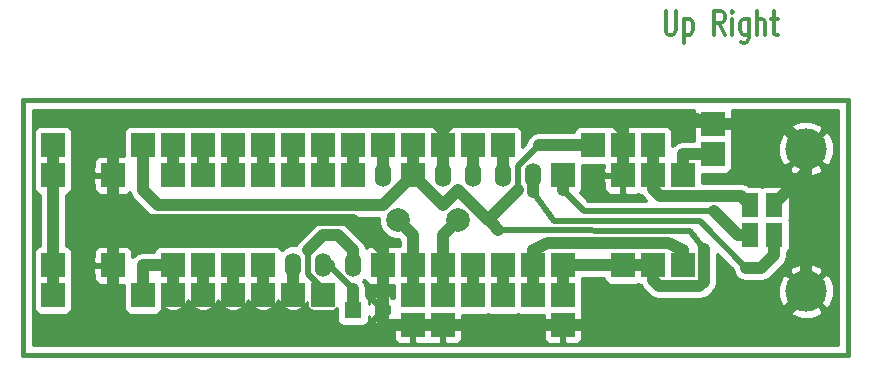
<source format=gbl>
G04 (created by PCBNEW-RS274X (2012-jan-04)-stable) date ven. 31 août 2012 10:29:44 CEST*
G01*
G70*
G90*
%MOIN*%
G04 Gerber Fmt 3.4, Leading zero omitted, Abs format*
%FSLAX34Y34*%
G04 APERTURE LIST*
%ADD10C,0.006000*%
%ADD11C,0.012000*%
%ADD12C,0.015000*%
%ADD13R,0.080000X0.080000*%
%ADD14R,0.078700X0.078700*%
%ADD15C,0.078700*%
%ADD16O,0.055000X0.080000*%
%ADD17C,0.137800*%
%ADD18R,0.055000X0.055000*%
%ADD19C,0.055000*%
%ADD20C,0.039400*%
%ADD21C,0.019700*%
%ADD22C,0.010000*%
G04 APERTURE END LIST*
G54D10*
G54D11*
X67921Y-38524D02*
X67921Y-39171D01*
X67949Y-39248D01*
X67978Y-39286D01*
X68035Y-39324D01*
X68149Y-39324D01*
X68207Y-39286D01*
X68235Y-39248D01*
X68264Y-39171D01*
X68264Y-38524D01*
X68550Y-38790D02*
X68550Y-39590D01*
X68550Y-38829D02*
X68607Y-38790D01*
X68721Y-38790D01*
X68778Y-38829D01*
X68807Y-38867D01*
X68836Y-38943D01*
X68836Y-39171D01*
X68807Y-39248D01*
X68778Y-39286D01*
X68721Y-39324D01*
X68607Y-39324D01*
X68550Y-39286D01*
X69893Y-39324D02*
X69693Y-38943D01*
X69550Y-39324D02*
X69550Y-38524D01*
X69778Y-38524D01*
X69836Y-38562D01*
X69864Y-38600D01*
X69893Y-38676D01*
X69893Y-38790D01*
X69864Y-38867D01*
X69836Y-38905D01*
X69778Y-38943D01*
X69550Y-38943D01*
X70150Y-39324D02*
X70150Y-38790D01*
X70150Y-38524D02*
X70121Y-38562D01*
X70150Y-38600D01*
X70178Y-38562D01*
X70150Y-38524D01*
X70150Y-38600D01*
X70693Y-38790D02*
X70693Y-39438D01*
X70664Y-39514D01*
X70636Y-39552D01*
X70579Y-39590D01*
X70493Y-39590D01*
X70436Y-39552D01*
X70693Y-39286D02*
X70636Y-39324D01*
X70522Y-39324D01*
X70464Y-39286D01*
X70436Y-39248D01*
X70407Y-39171D01*
X70407Y-38943D01*
X70436Y-38867D01*
X70464Y-38829D01*
X70522Y-38790D01*
X70636Y-38790D01*
X70693Y-38829D01*
X70979Y-39324D02*
X70979Y-38524D01*
X71236Y-39324D02*
X71236Y-38905D01*
X71207Y-38829D01*
X71150Y-38790D01*
X71065Y-38790D01*
X71007Y-38829D01*
X70979Y-38867D01*
X71436Y-38790D02*
X71665Y-38790D01*
X71522Y-38524D02*
X71522Y-39210D01*
X71550Y-39286D01*
X71608Y-39324D01*
X71665Y-39324D01*
G54D12*
X74000Y-41500D02*
X74000Y-50000D01*
X46500Y-41500D02*
X74000Y-41500D01*
X46500Y-50000D02*
X46500Y-41500D01*
X74000Y-50000D02*
X46500Y-50000D01*
G54D13*
X69500Y-43300D03*
G54D14*
X69500Y-42300D03*
G54D15*
X59000Y-45500D03*
X61000Y-45500D03*
G54D13*
X59500Y-43000D03*
X60500Y-43000D03*
X64500Y-48000D03*
G54D14*
X64500Y-49000D03*
G54D13*
X60500Y-48000D03*
G54D14*
X60500Y-49000D03*
G54D13*
X59500Y-48000D03*
G54D14*
X59500Y-49000D03*
G54D13*
X49500Y-47000D03*
X47500Y-47000D03*
X49500Y-44000D03*
X47500Y-44000D03*
X52500Y-47000D03*
X53500Y-47000D03*
X54500Y-47000D03*
G54D16*
X55500Y-47000D03*
X56500Y-47000D03*
X57500Y-47000D03*
G54D13*
X58500Y-47000D03*
X59500Y-47000D03*
X60500Y-47000D03*
X61500Y-47000D03*
X62500Y-47000D03*
X63500Y-47000D03*
X64500Y-47000D03*
X51500Y-47000D03*
X64500Y-44000D03*
G54D16*
X63500Y-44000D03*
X62500Y-44000D03*
X61500Y-44000D03*
X60500Y-44000D03*
G54D13*
X59500Y-44000D03*
G54D16*
X58500Y-44000D03*
G54D13*
X57500Y-44000D03*
X56500Y-44000D03*
X55500Y-44000D03*
X54500Y-44000D03*
X53500Y-44000D03*
X52500Y-44000D03*
X51500Y-44000D03*
G54D10*
G36*
X71803Y-45590D02*
X71803Y-46390D01*
X71257Y-46390D01*
X71257Y-45590D01*
X71803Y-45590D01*
X71803Y-45590D01*
G37*
G36*
X71803Y-44610D02*
X71803Y-45410D01*
X71257Y-45410D01*
X71257Y-44610D01*
X71803Y-44610D01*
X71803Y-44610D01*
G37*
G36*
X71013Y-44610D02*
X71013Y-45410D01*
X70467Y-45410D01*
X70467Y-44610D01*
X71013Y-44610D01*
X71013Y-44610D01*
G37*
G36*
X71013Y-45590D02*
X71013Y-46390D01*
X70467Y-46390D01*
X70467Y-45590D01*
X71013Y-45590D01*
X71013Y-45590D01*
G37*
G54D17*
X72600Y-47870D03*
X72600Y-43130D03*
G54D10*
G36*
X66100Y-47400D02*
X66100Y-46600D01*
X66900Y-46600D01*
X66900Y-47400D01*
X66100Y-47400D01*
X66100Y-47400D01*
G37*
G36*
X66100Y-44400D02*
X66100Y-43600D01*
X66900Y-43600D01*
X66900Y-44400D01*
X66100Y-44400D01*
X66100Y-44400D01*
G37*
G54D13*
X63500Y-48000D03*
X62500Y-48000D03*
X61500Y-48000D03*
X65500Y-43000D03*
X66500Y-43000D03*
X67500Y-43000D03*
X51500Y-43000D03*
X52500Y-43000D03*
X53500Y-43000D03*
X54500Y-43000D03*
X55500Y-43000D03*
X56500Y-43000D03*
X57500Y-43000D03*
X58500Y-43000D03*
X61500Y-43000D03*
X62500Y-43000D03*
X68500Y-44000D03*
X68500Y-47000D03*
X67500Y-44000D03*
X67500Y-47000D03*
X50500Y-43000D03*
X47500Y-43000D03*
X50500Y-48000D03*
X47500Y-48000D03*
X56500Y-48000D03*
X55500Y-48000D03*
X54500Y-48000D03*
X53500Y-48000D03*
X52500Y-48000D03*
X51500Y-48000D03*
G54D18*
X57500Y-48500D03*
G54D19*
X58500Y-48500D03*
G54D20*
X59500Y-44000D02*
X60500Y-45000D01*
X63000Y-44500D02*
X62050Y-45450D01*
X59500Y-43000D02*
X59500Y-44000D01*
G54D21*
X63700Y-43000D02*
X63000Y-43700D01*
G54D20*
X65500Y-43000D02*
X63700Y-43000D01*
X67500Y-47500D02*
X67700Y-47700D01*
X67700Y-47700D02*
X69050Y-47700D01*
X69200Y-47550D02*
X69200Y-46450D01*
G54D21*
X69200Y-46450D02*
X68749Y-45850D01*
G54D20*
X66500Y-47000D02*
X64500Y-47000D01*
X62349Y-45834D02*
X62050Y-45450D01*
X69050Y-47700D02*
X69200Y-47550D01*
G54D21*
X63000Y-43700D02*
X63000Y-44500D01*
G54D20*
X62050Y-45450D02*
X62000Y-45500D01*
X50500Y-43000D02*
X50500Y-44500D01*
X66500Y-47000D02*
X67500Y-47000D01*
X64500Y-47000D02*
X64500Y-48000D01*
X58500Y-45000D02*
X59500Y-44000D01*
X67500Y-47000D02*
X67500Y-47500D01*
X50500Y-44500D02*
X51000Y-45000D01*
X67500Y-47000D02*
X67500Y-47000D01*
X61000Y-44500D02*
X62000Y-45500D01*
G54D21*
X68749Y-45850D02*
X62349Y-45834D01*
G54D20*
X60500Y-45000D02*
X61000Y-44500D01*
X51000Y-45000D02*
X58500Y-45000D01*
X67746Y-44700D02*
X70430Y-44700D01*
X67500Y-44454D02*
X67746Y-44700D01*
X67500Y-43000D02*
X67500Y-44000D01*
X67500Y-44000D02*
X67500Y-44454D01*
X70430Y-44700D02*
X70740Y-45010D01*
X70600Y-47100D02*
X71100Y-47100D01*
X63500Y-44000D02*
X63500Y-44554D01*
G54D21*
X64201Y-45522D02*
X69074Y-45525D01*
X69074Y-45525D02*
X70600Y-47100D01*
G54D20*
X71100Y-47100D02*
X71530Y-46670D01*
G54D21*
X63500Y-44554D02*
X64201Y-45522D01*
G54D20*
X71530Y-46670D02*
X71530Y-45990D01*
X64500Y-44000D02*
X64500Y-44494D01*
G54D21*
X64500Y-44494D02*
X65206Y-45200D01*
X65206Y-45200D02*
X69550Y-45200D01*
G54D20*
X70340Y-45990D02*
X70740Y-45990D01*
X70340Y-45990D02*
X69550Y-45200D01*
X49500Y-48500D02*
X50200Y-49200D01*
X60500Y-49000D02*
X59500Y-49000D01*
X50000Y-45500D02*
X49500Y-45000D01*
X49500Y-42050D02*
X49500Y-42750D01*
X50000Y-45500D02*
X49500Y-46000D01*
X61750Y-49000D02*
X63250Y-49000D01*
X58350Y-49200D02*
X58500Y-49050D01*
X49500Y-45000D02*
X49500Y-44000D01*
X58500Y-46500D02*
X57500Y-45500D01*
X71530Y-44970D02*
X72600Y-43900D01*
X58500Y-49050D02*
X58500Y-49000D01*
X49500Y-42750D02*
X49500Y-44000D01*
X58500Y-49000D02*
X58500Y-48500D01*
X66500Y-42500D02*
X66500Y-43000D01*
X66000Y-42000D02*
X61000Y-42000D01*
X49500Y-46000D02*
X49500Y-47000D01*
X59500Y-49000D02*
X58500Y-49000D01*
X63250Y-49000D02*
X64500Y-49000D01*
X49500Y-47000D02*
X49500Y-48500D01*
X50200Y-49200D02*
X58350Y-49200D01*
X69500Y-42300D02*
X71850Y-42300D01*
X60500Y-49000D02*
X61750Y-49000D01*
X72600Y-47870D02*
X72600Y-43900D01*
X60500Y-42500D02*
X60500Y-43000D01*
X66500Y-43000D02*
X66500Y-44000D01*
X72600Y-43900D02*
X72600Y-43130D01*
X71850Y-42300D02*
X72600Y-43130D01*
X61000Y-42000D02*
X60500Y-42500D01*
X58500Y-47000D02*
X58500Y-48500D01*
X68500Y-42000D02*
X66000Y-42000D01*
X60000Y-42000D02*
X49500Y-42050D01*
X60500Y-43000D02*
X60500Y-44000D01*
X57500Y-45500D02*
X50000Y-45500D01*
X64500Y-49000D02*
X71500Y-49000D01*
X69500Y-42300D02*
X68500Y-42000D01*
X71530Y-45010D02*
X71530Y-44970D01*
X66500Y-42500D02*
X66000Y-42000D01*
X58500Y-47000D02*
X58500Y-46500D01*
X72600Y-47900D02*
X71500Y-49000D01*
X60500Y-42500D02*
X60000Y-42000D01*
X52500Y-43000D02*
X52500Y-44000D01*
X54500Y-43000D02*
X54500Y-44000D01*
X56500Y-43000D02*
X56500Y-44000D01*
X69500Y-43300D02*
X68500Y-43300D01*
X69500Y-43300D02*
X69500Y-43300D01*
X68500Y-43300D02*
X68500Y-44000D01*
G54D21*
X56500Y-47800D02*
X56000Y-47300D01*
X56000Y-47300D02*
X56000Y-46500D01*
X56500Y-48000D02*
X56500Y-47900D01*
G54D20*
X57000Y-46000D02*
X56500Y-46000D01*
X56500Y-46000D02*
X56000Y-46500D01*
X57500Y-46500D02*
X57500Y-47000D01*
G54D21*
X56500Y-48000D02*
X56500Y-47800D01*
G54D20*
X57500Y-46500D02*
X57000Y-46000D01*
X68000Y-46250D02*
X66000Y-46250D01*
X64000Y-46250D02*
X63500Y-46500D01*
X68500Y-46500D02*
X68000Y-46250D01*
X63500Y-46500D02*
X63500Y-47000D01*
X68500Y-47000D02*
X68500Y-46500D01*
X66000Y-46250D02*
X64000Y-46250D01*
X63500Y-47000D02*
X63500Y-48000D01*
X53500Y-43000D02*
X53500Y-44000D01*
X62500Y-43000D02*
X62500Y-44000D01*
X61500Y-43000D02*
X61500Y-44000D01*
X51500Y-43000D02*
X51500Y-44000D01*
X55500Y-43000D02*
X55500Y-44000D01*
X61000Y-45500D02*
X60500Y-46000D01*
X60500Y-47000D02*
X60500Y-48000D01*
X60500Y-46000D02*
X60500Y-47000D01*
X52500Y-47000D02*
X52500Y-48000D01*
X53500Y-47000D02*
X53500Y-48000D01*
X55500Y-47000D02*
X55500Y-48000D01*
X59500Y-46000D02*
X59500Y-47000D01*
X59000Y-45500D02*
X59500Y-46000D01*
X59500Y-47000D02*
X59500Y-48000D01*
X56500Y-47000D02*
X56700Y-47000D01*
X57500Y-47800D02*
X57500Y-48500D01*
G54D21*
X56700Y-47000D02*
X57500Y-47800D01*
G54D20*
X61500Y-47000D02*
X61500Y-48000D01*
X58500Y-43000D02*
X58500Y-44000D01*
X62500Y-47000D02*
X62500Y-48000D01*
X57500Y-43000D02*
X57500Y-44000D01*
X54500Y-47000D02*
X54500Y-48000D01*
X47500Y-47000D02*
X47500Y-48000D01*
X47500Y-47000D02*
X47500Y-44000D01*
X47500Y-43000D02*
X47500Y-44000D01*
X51500Y-47000D02*
X51500Y-48000D01*
X50500Y-47000D02*
X51500Y-47000D01*
X50500Y-48000D02*
X50500Y-47000D01*
G54D10*
G36*
X73675Y-49675D02*
X73523Y-49675D01*
X73523Y-48040D01*
X73523Y-43300D01*
X73518Y-42935D01*
X73388Y-42619D01*
X73254Y-42547D01*
X73183Y-42618D01*
X73183Y-42476D01*
X73111Y-42342D01*
X72770Y-42207D01*
X72405Y-42212D01*
X72089Y-42342D01*
X72017Y-42476D01*
X72600Y-43059D01*
X73183Y-42476D01*
X73183Y-42618D01*
X72671Y-43130D01*
X73254Y-43713D01*
X73388Y-43641D01*
X73523Y-43300D01*
X73523Y-48040D01*
X73518Y-47675D01*
X73388Y-47359D01*
X73254Y-47287D01*
X73183Y-47358D01*
X73183Y-47216D01*
X73183Y-43784D01*
X72600Y-43201D01*
X72529Y-43272D01*
X72529Y-43130D01*
X71946Y-42547D01*
X71812Y-42619D01*
X71677Y-42960D01*
X71682Y-43325D01*
X71812Y-43641D01*
X71946Y-43713D01*
X72529Y-43130D01*
X72529Y-43272D01*
X72017Y-43784D01*
X72089Y-43918D01*
X72430Y-44053D01*
X72795Y-44048D01*
X73111Y-43918D01*
X73183Y-43784D01*
X73183Y-47216D01*
X73111Y-47082D01*
X72770Y-46947D01*
X72405Y-46952D01*
X72089Y-47082D01*
X72052Y-47150D01*
X72052Y-46440D01*
X72052Y-46341D01*
X72052Y-45541D01*
X72035Y-45500D01*
X72052Y-45460D01*
X72052Y-45361D01*
X72052Y-44561D01*
X72014Y-44469D01*
X71944Y-44399D01*
X71853Y-44361D01*
X71754Y-44361D01*
X71208Y-44361D01*
X71135Y-44391D01*
X71063Y-44361D01*
X70964Y-44361D01*
X70711Y-44361D01*
X70601Y-44287D01*
X70430Y-44253D01*
X69149Y-44253D01*
X69149Y-43949D01*
X69949Y-43949D01*
X70041Y-43911D01*
X70111Y-43841D01*
X70149Y-43750D01*
X70149Y-43651D01*
X70149Y-42851D01*
X70123Y-42788D01*
X70142Y-42743D01*
X70142Y-42644D01*
X70143Y-42412D01*
X70081Y-42350D01*
X69600Y-42350D01*
X69550Y-42350D01*
X69450Y-42350D01*
X69400Y-42350D01*
X68919Y-42350D01*
X68857Y-42412D01*
X68858Y-42644D01*
X68858Y-42743D01*
X68876Y-42788D01*
X68851Y-42850D01*
X68851Y-42853D01*
X68500Y-42853D01*
X68329Y-42887D01*
X68184Y-42984D01*
X68149Y-43036D01*
X68149Y-42551D01*
X68111Y-42459D01*
X68041Y-42389D01*
X67950Y-42351D01*
X67851Y-42351D01*
X67051Y-42351D01*
X67000Y-42372D01*
X66949Y-42351D01*
X66612Y-42350D01*
X66550Y-42412D01*
X66550Y-42900D01*
X66550Y-42950D01*
X66550Y-43050D01*
X66550Y-43100D01*
X66550Y-43412D01*
X66550Y-43588D01*
X66550Y-43900D01*
X66550Y-43950D01*
X66550Y-44050D01*
X66550Y-44100D01*
X66550Y-44588D01*
X66612Y-44650D01*
X66949Y-44649D01*
X66999Y-44628D01*
X67050Y-44649D01*
X67103Y-44649D01*
X67184Y-44770D01*
X67266Y-44852D01*
X66450Y-44852D01*
X66450Y-44588D01*
X66450Y-44050D01*
X65912Y-44050D01*
X65850Y-44112D01*
X65851Y-44351D01*
X65851Y-44450D01*
X65889Y-44541D01*
X65959Y-44611D01*
X66051Y-44649D01*
X66388Y-44650D01*
X66450Y-44588D01*
X66450Y-44852D01*
X65350Y-44852D01*
X65075Y-44577D01*
X65111Y-44541D01*
X65149Y-44450D01*
X65149Y-44351D01*
X65149Y-43649D01*
X65851Y-43649D01*
X65850Y-43888D01*
X65912Y-43950D01*
X66450Y-43950D01*
X66450Y-43588D01*
X66450Y-43412D01*
X66450Y-43100D01*
X66450Y-43050D01*
X66450Y-42950D01*
X66450Y-42900D01*
X66450Y-42412D01*
X66388Y-42350D01*
X66051Y-42351D01*
X66000Y-42371D01*
X65950Y-42351D01*
X65851Y-42351D01*
X65051Y-42351D01*
X64959Y-42389D01*
X64889Y-42459D01*
X64851Y-42550D01*
X64851Y-42553D01*
X63700Y-42553D01*
X63529Y-42587D01*
X63384Y-42684D01*
X63287Y-42829D01*
X63264Y-42943D01*
X63149Y-43059D01*
X63149Y-42551D01*
X63111Y-42459D01*
X63041Y-42389D01*
X62950Y-42351D01*
X62851Y-42351D01*
X62051Y-42351D01*
X62000Y-42371D01*
X61950Y-42351D01*
X61851Y-42351D01*
X61051Y-42351D01*
X61000Y-42372D01*
X60949Y-42351D01*
X60612Y-42350D01*
X60550Y-42412D01*
X60550Y-42900D01*
X60550Y-42950D01*
X60550Y-43050D01*
X60550Y-43100D01*
X60550Y-43415D01*
X60550Y-43588D01*
X60550Y-43900D01*
X60550Y-43950D01*
X60550Y-44050D01*
X60450Y-44050D01*
X60450Y-43950D01*
X60450Y-43900D01*
X60450Y-43588D01*
X60450Y-43415D01*
X60450Y-43100D01*
X60450Y-43050D01*
X60450Y-42950D01*
X60450Y-42900D01*
X60450Y-42412D01*
X60388Y-42350D01*
X60051Y-42351D01*
X60000Y-42371D01*
X59950Y-42351D01*
X59851Y-42351D01*
X59051Y-42351D01*
X59000Y-42371D01*
X58950Y-42351D01*
X58851Y-42351D01*
X58051Y-42351D01*
X58000Y-42371D01*
X57950Y-42351D01*
X57851Y-42351D01*
X57051Y-42351D01*
X57000Y-42371D01*
X56950Y-42351D01*
X56851Y-42351D01*
X56051Y-42351D01*
X56000Y-42371D01*
X55950Y-42351D01*
X55851Y-42351D01*
X55051Y-42351D01*
X55000Y-42371D01*
X54950Y-42351D01*
X54851Y-42351D01*
X54051Y-42351D01*
X54000Y-42371D01*
X53950Y-42351D01*
X53851Y-42351D01*
X53051Y-42351D01*
X53000Y-42371D01*
X52950Y-42351D01*
X52851Y-42351D01*
X52051Y-42351D01*
X52000Y-42371D01*
X51950Y-42351D01*
X51851Y-42351D01*
X51051Y-42351D01*
X51000Y-42371D01*
X50950Y-42351D01*
X50851Y-42351D01*
X50051Y-42351D01*
X49959Y-42389D01*
X49889Y-42459D01*
X49851Y-42550D01*
X49851Y-42649D01*
X49851Y-43351D01*
X49612Y-43350D01*
X49550Y-43412D01*
X49550Y-43900D01*
X49550Y-43950D01*
X49550Y-44050D01*
X49550Y-44100D01*
X49550Y-44588D01*
X49612Y-44650D01*
X49851Y-44649D01*
X49950Y-44649D01*
X50041Y-44611D01*
X50069Y-44582D01*
X50087Y-44671D01*
X50184Y-44816D01*
X50684Y-45316D01*
X50829Y-45413D01*
X51000Y-45447D01*
X58357Y-45447D01*
X58357Y-45627D01*
X58455Y-45863D01*
X58635Y-46044D01*
X58871Y-46143D01*
X59011Y-46143D01*
X59053Y-46185D01*
X59053Y-46351D01*
X59051Y-46351D01*
X59000Y-46372D01*
X58949Y-46351D01*
X58612Y-46350D01*
X58550Y-46412D01*
X58550Y-46900D01*
X58550Y-46950D01*
X58550Y-47050D01*
X58550Y-47100D01*
X58550Y-47588D01*
X58612Y-47650D01*
X58851Y-47649D01*
X58851Y-48096D01*
X58807Y-48052D01*
X58775Y-48083D01*
X58767Y-48048D01*
X58574Y-47981D01*
X58450Y-47987D01*
X58450Y-47588D01*
X58450Y-47100D01*
X58450Y-47050D01*
X58450Y-46950D01*
X58450Y-46900D01*
X58450Y-46412D01*
X58388Y-46350D01*
X58051Y-46351D01*
X57959Y-46389D01*
X57930Y-46417D01*
X57913Y-46329D01*
X57816Y-46184D01*
X57316Y-45684D01*
X57171Y-45587D01*
X57000Y-45553D01*
X56500Y-45553D01*
X56329Y-45587D01*
X56184Y-45684D01*
X55684Y-46184D01*
X55587Y-46329D01*
X55583Y-46348D01*
X55398Y-46348D01*
X55209Y-46426D01*
X55130Y-46505D01*
X55111Y-46459D01*
X55041Y-46389D01*
X54950Y-46351D01*
X54851Y-46351D01*
X54051Y-46351D01*
X54000Y-46371D01*
X53950Y-46351D01*
X53851Y-46351D01*
X53051Y-46351D01*
X53000Y-46371D01*
X52950Y-46351D01*
X52851Y-46351D01*
X52051Y-46351D01*
X52000Y-46371D01*
X51950Y-46351D01*
X51851Y-46351D01*
X51051Y-46351D01*
X50959Y-46389D01*
X50889Y-46459D01*
X50851Y-46550D01*
X50851Y-46553D01*
X50500Y-46553D01*
X50329Y-46587D01*
X50184Y-46684D01*
X50149Y-46735D01*
X50149Y-46551D01*
X50111Y-46459D01*
X50041Y-46389D01*
X49950Y-46351D01*
X49851Y-46351D01*
X49612Y-46350D01*
X49550Y-46412D01*
X49550Y-46900D01*
X49550Y-46950D01*
X49550Y-47050D01*
X49550Y-47100D01*
X49550Y-47588D01*
X49612Y-47650D01*
X49851Y-47649D01*
X49851Y-48449D01*
X49889Y-48541D01*
X49959Y-48611D01*
X50050Y-48649D01*
X50149Y-48649D01*
X50949Y-48649D01*
X51041Y-48611D01*
X51111Y-48541D01*
X51149Y-48450D01*
X51149Y-48391D01*
X51202Y-48445D01*
X51395Y-48525D01*
X51604Y-48525D01*
X51797Y-48445D01*
X51945Y-48298D01*
X52000Y-48164D01*
X52055Y-48297D01*
X52202Y-48445D01*
X52395Y-48525D01*
X52604Y-48525D01*
X52797Y-48445D01*
X52945Y-48298D01*
X53000Y-48164D01*
X53055Y-48297D01*
X53202Y-48445D01*
X53395Y-48525D01*
X53604Y-48525D01*
X53797Y-48445D01*
X53945Y-48298D01*
X54000Y-48164D01*
X54055Y-48297D01*
X54202Y-48445D01*
X54395Y-48525D01*
X54604Y-48525D01*
X54797Y-48445D01*
X54945Y-48298D01*
X55000Y-48164D01*
X55055Y-48297D01*
X55202Y-48445D01*
X55395Y-48525D01*
X55604Y-48525D01*
X55797Y-48445D01*
X55945Y-48298D01*
X55976Y-48223D01*
X55976Y-48324D01*
X56014Y-48416D01*
X56084Y-48486D01*
X56175Y-48524D01*
X56274Y-48524D01*
X56824Y-48524D01*
X56916Y-48486D01*
X56976Y-48426D01*
X56976Y-48824D01*
X57014Y-48916D01*
X57084Y-48986D01*
X57175Y-49024D01*
X57274Y-49024D01*
X57824Y-49024D01*
X57916Y-48986D01*
X57986Y-48916D01*
X58024Y-48825D01*
X58024Y-48726D01*
X58024Y-48708D01*
X58048Y-48767D01*
X58139Y-48790D01*
X58429Y-48500D01*
X58139Y-48210D01*
X58048Y-48233D01*
X58024Y-48302D01*
X58024Y-48176D01*
X57986Y-48084D01*
X57947Y-48045D01*
X57947Y-47800D01*
X57913Y-47629D01*
X57842Y-47522D01*
X57869Y-47495D01*
X57889Y-47541D01*
X57959Y-47611D01*
X58051Y-47649D01*
X58388Y-47650D01*
X58450Y-47588D01*
X58450Y-47987D01*
X58370Y-47992D01*
X58233Y-48048D01*
X58210Y-48139D01*
X58465Y-48394D01*
X58500Y-48429D01*
X58571Y-48500D01*
X58500Y-48571D01*
X58465Y-48606D01*
X58210Y-48861D01*
X58233Y-48952D01*
X58426Y-49019D01*
X58630Y-49008D01*
X58767Y-48952D01*
X58775Y-48916D01*
X58790Y-48931D01*
X58807Y-48948D01*
X58862Y-48893D01*
X58919Y-48950D01*
X59400Y-48950D01*
X59450Y-48950D01*
X59550Y-48950D01*
X59600Y-48950D01*
X59919Y-48950D01*
X60081Y-48950D01*
X60400Y-48950D01*
X60450Y-48950D01*
X60550Y-48950D01*
X60600Y-48950D01*
X61081Y-48950D01*
X61143Y-48888D01*
X61142Y-48649D01*
X61149Y-48649D01*
X61949Y-48649D01*
X61999Y-48628D01*
X62050Y-48649D01*
X62149Y-48649D01*
X62949Y-48649D01*
X62999Y-48628D01*
X63050Y-48649D01*
X63149Y-48649D01*
X63857Y-48649D01*
X63857Y-48888D01*
X63919Y-48950D01*
X64400Y-48950D01*
X64450Y-48950D01*
X64550Y-48950D01*
X64600Y-48950D01*
X65081Y-48950D01*
X65143Y-48888D01*
X65142Y-48558D01*
X65123Y-48512D01*
X65149Y-48450D01*
X65149Y-48351D01*
X65149Y-47551D01*
X65128Y-47500D01*
X65149Y-47450D01*
X65149Y-47447D01*
X65851Y-47447D01*
X65851Y-47449D01*
X65889Y-47541D01*
X65959Y-47611D01*
X66050Y-47649D01*
X66149Y-47649D01*
X66949Y-47649D01*
X66999Y-47628D01*
X67050Y-47649D01*
X67082Y-47649D01*
X67087Y-47671D01*
X67184Y-47816D01*
X67383Y-48015D01*
X67384Y-48016D01*
X67528Y-48112D01*
X67529Y-48113D01*
X67699Y-48146D01*
X67700Y-48147D01*
X69050Y-48147D01*
X69221Y-48113D01*
X69366Y-48016D01*
X69516Y-47866D01*
X69613Y-47721D01*
X69647Y-47550D01*
X69647Y-46616D01*
X70162Y-47148D01*
X70187Y-47271D01*
X70284Y-47416D01*
X70429Y-47513D01*
X70600Y-47547D01*
X71100Y-47547D01*
X71271Y-47513D01*
X71416Y-47416D01*
X71846Y-46986D01*
X71943Y-46841D01*
X71977Y-46670D01*
X71977Y-46568D01*
X72014Y-46531D01*
X72052Y-46440D01*
X72052Y-47150D01*
X72017Y-47216D01*
X72600Y-47799D01*
X73183Y-47216D01*
X73183Y-47358D01*
X72671Y-47870D01*
X73254Y-48453D01*
X73388Y-48381D01*
X73523Y-48040D01*
X73523Y-49675D01*
X73183Y-49675D01*
X73183Y-48524D01*
X72600Y-47941D01*
X72529Y-48012D01*
X72529Y-47870D01*
X71946Y-47287D01*
X71812Y-47359D01*
X71677Y-47700D01*
X71682Y-48065D01*
X71812Y-48381D01*
X71946Y-48453D01*
X72529Y-47870D01*
X72529Y-48012D01*
X72017Y-48524D01*
X72089Y-48658D01*
X72430Y-48793D01*
X72795Y-48788D01*
X73111Y-48658D01*
X73183Y-48524D01*
X73183Y-49675D01*
X65143Y-49675D01*
X65143Y-49112D01*
X65081Y-49050D01*
X64550Y-49050D01*
X64550Y-49581D01*
X64612Y-49643D01*
X64844Y-49642D01*
X64943Y-49642D01*
X65034Y-49604D01*
X65104Y-49534D01*
X65142Y-49442D01*
X65143Y-49112D01*
X65143Y-49675D01*
X64450Y-49675D01*
X64450Y-49581D01*
X64450Y-49050D01*
X63919Y-49050D01*
X63857Y-49112D01*
X63858Y-49442D01*
X63896Y-49534D01*
X63966Y-49604D01*
X64057Y-49642D01*
X64156Y-49642D01*
X64388Y-49643D01*
X64450Y-49581D01*
X64450Y-49675D01*
X61143Y-49675D01*
X61143Y-49112D01*
X61081Y-49050D01*
X60550Y-49050D01*
X60550Y-49581D01*
X60612Y-49643D01*
X60844Y-49642D01*
X60943Y-49642D01*
X61034Y-49604D01*
X61104Y-49534D01*
X61142Y-49442D01*
X61143Y-49112D01*
X61143Y-49675D01*
X60450Y-49675D01*
X60450Y-49581D01*
X60450Y-49050D01*
X60081Y-49050D01*
X59919Y-49050D01*
X59550Y-49050D01*
X59550Y-49581D01*
X59612Y-49643D01*
X59844Y-49642D01*
X59943Y-49642D01*
X60000Y-49618D01*
X60057Y-49642D01*
X60156Y-49642D01*
X60388Y-49643D01*
X60450Y-49581D01*
X60450Y-49675D01*
X59450Y-49675D01*
X59450Y-49581D01*
X59450Y-49050D01*
X58919Y-49050D01*
X58857Y-49112D01*
X58858Y-49442D01*
X58896Y-49534D01*
X58966Y-49604D01*
X59057Y-49642D01*
X59156Y-49642D01*
X59388Y-49643D01*
X59450Y-49581D01*
X59450Y-49675D01*
X58790Y-49675D01*
X49450Y-49675D01*
X49450Y-47588D01*
X49450Y-47050D01*
X49450Y-46950D01*
X49450Y-46412D01*
X49450Y-44588D01*
X49450Y-44050D01*
X49450Y-43950D01*
X49450Y-43412D01*
X49388Y-43350D01*
X49149Y-43351D01*
X49050Y-43351D01*
X48959Y-43389D01*
X48889Y-43459D01*
X48851Y-43551D01*
X48850Y-43888D01*
X48912Y-43950D01*
X49450Y-43950D01*
X49450Y-44050D01*
X48912Y-44050D01*
X48850Y-44112D01*
X48851Y-44449D01*
X48889Y-44541D01*
X48959Y-44611D01*
X49050Y-44649D01*
X49149Y-44649D01*
X49388Y-44650D01*
X49450Y-44588D01*
X49450Y-46412D01*
X49388Y-46350D01*
X49149Y-46351D01*
X49050Y-46351D01*
X48959Y-46389D01*
X48889Y-46459D01*
X48851Y-46551D01*
X48850Y-46888D01*
X48912Y-46950D01*
X49450Y-46950D01*
X49450Y-47050D01*
X48912Y-47050D01*
X48850Y-47112D01*
X48851Y-47449D01*
X48889Y-47541D01*
X48959Y-47611D01*
X49050Y-47649D01*
X49149Y-47649D01*
X49388Y-47650D01*
X49450Y-47588D01*
X49450Y-49675D01*
X48149Y-49675D01*
X48149Y-48450D01*
X48149Y-48351D01*
X48149Y-47551D01*
X48128Y-47500D01*
X48149Y-47450D01*
X48149Y-47351D01*
X48149Y-46551D01*
X48111Y-46459D01*
X48041Y-46389D01*
X47950Y-46351D01*
X47947Y-46351D01*
X47947Y-44649D01*
X47949Y-44649D01*
X48041Y-44611D01*
X48111Y-44541D01*
X48149Y-44450D01*
X48149Y-44351D01*
X48149Y-43551D01*
X48128Y-43500D01*
X48149Y-43450D01*
X48149Y-43351D01*
X48149Y-42551D01*
X48111Y-42459D01*
X48041Y-42389D01*
X47950Y-42351D01*
X47851Y-42351D01*
X47051Y-42351D01*
X46959Y-42389D01*
X46889Y-42459D01*
X46851Y-42550D01*
X46851Y-42649D01*
X46851Y-43449D01*
X46871Y-43499D01*
X46851Y-43550D01*
X46851Y-43649D01*
X46851Y-44449D01*
X46889Y-44541D01*
X46959Y-44611D01*
X47050Y-44649D01*
X47053Y-44649D01*
X47053Y-46351D01*
X47051Y-46351D01*
X46959Y-46389D01*
X46889Y-46459D01*
X46851Y-46550D01*
X46851Y-46649D01*
X46851Y-47449D01*
X46871Y-47499D01*
X46851Y-47550D01*
X46851Y-47649D01*
X46851Y-48449D01*
X46889Y-48541D01*
X46959Y-48611D01*
X47050Y-48649D01*
X47149Y-48649D01*
X47949Y-48649D01*
X48041Y-48611D01*
X48111Y-48541D01*
X48149Y-48450D01*
X48149Y-49675D01*
X46825Y-49675D01*
X46825Y-41825D01*
X68871Y-41825D01*
X68858Y-41857D01*
X68858Y-41956D01*
X68857Y-42188D01*
X68919Y-42250D01*
X69400Y-42250D01*
X69450Y-42250D01*
X69550Y-42250D01*
X69600Y-42250D01*
X70081Y-42250D01*
X70143Y-42188D01*
X70142Y-41956D01*
X70142Y-41857D01*
X70128Y-41825D01*
X73675Y-41825D01*
X73675Y-49675D01*
X73675Y-49675D01*
G37*
G54D22*
X73675Y-49675D02*
X73523Y-49675D01*
X73523Y-48040D01*
X73523Y-43300D01*
X73518Y-42935D01*
X73388Y-42619D01*
X73254Y-42547D01*
X73183Y-42618D01*
X73183Y-42476D01*
X73111Y-42342D01*
X72770Y-42207D01*
X72405Y-42212D01*
X72089Y-42342D01*
X72017Y-42476D01*
X72600Y-43059D01*
X73183Y-42476D01*
X73183Y-42618D01*
X72671Y-43130D01*
X73254Y-43713D01*
X73388Y-43641D01*
X73523Y-43300D01*
X73523Y-48040D01*
X73518Y-47675D01*
X73388Y-47359D01*
X73254Y-47287D01*
X73183Y-47358D01*
X73183Y-47216D01*
X73183Y-43784D01*
X72600Y-43201D01*
X72529Y-43272D01*
X72529Y-43130D01*
X71946Y-42547D01*
X71812Y-42619D01*
X71677Y-42960D01*
X71682Y-43325D01*
X71812Y-43641D01*
X71946Y-43713D01*
X72529Y-43130D01*
X72529Y-43272D01*
X72017Y-43784D01*
X72089Y-43918D01*
X72430Y-44053D01*
X72795Y-44048D01*
X73111Y-43918D01*
X73183Y-43784D01*
X73183Y-47216D01*
X73111Y-47082D01*
X72770Y-46947D01*
X72405Y-46952D01*
X72089Y-47082D01*
X72052Y-47150D01*
X72052Y-46440D01*
X72052Y-46341D01*
X72052Y-45541D01*
X72035Y-45500D01*
X72052Y-45460D01*
X72052Y-45361D01*
X72052Y-44561D01*
X72014Y-44469D01*
X71944Y-44399D01*
X71853Y-44361D01*
X71754Y-44361D01*
X71208Y-44361D01*
X71135Y-44391D01*
X71063Y-44361D01*
X70964Y-44361D01*
X70711Y-44361D01*
X70601Y-44287D01*
X70430Y-44253D01*
X69149Y-44253D01*
X69149Y-43949D01*
X69949Y-43949D01*
X70041Y-43911D01*
X70111Y-43841D01*
X70149Y-43750D01*
X70149Y-43651D01*
X70149Y-42851D01*
X70123Y-42788D01*
X70142Y-42743D01*
X70142Y-42644D01*
X70143Y-42412D01*
X70081Y-42350D01*
X69600Y-42350D01*
X69550Y-42350D01*
X69450Y-42350D01*
X69400Y-42350D01*
X68919Y-42350D01*
X68857Y-42412D01*
X68858Y-42644D01*
X68858Y-42743D01*
X68876Y-42788D01*
X68851Y-42850D01*
X68851Y-42853D01*
X68500Y-42853D01*
X68329Y-42887D01*
X68184Y-42984D01*
X68149Y-43036D01*
X68149Y-42551D01*
X68111Y-42459D01*
X68041Y-42389D01*
X67950Y-42351D01*
X67851Y-42351D01*
X67051Y-42351D01*
X67000Y-42372D01*
X66949Y-42351D01*
X66612Y-42350D01*
X66550Y-42412D01*
X66550Y-42900D01*
X66550Y-42950D01*
X66550Y-43050D01*
X66550Y-43100D01*
X66550Y-43412D01*
X66550Y-43588D01*
X66550Y-43900D01*
X66550Y-43950D01*
X66550Y-44050D01*
X66550Y-44100D01*
X66550Y-44588D01*
X66612Y-44650D01*
X66949Y-44649D01*
X66999Y-44628D01*
X67050Y-44649D01*
X67103Y-44649D01*
X67184Y-44770D01*
X67266Y-44852D01*
X66450Y-44852D01*
X66450Y-44588D01*
X66450Y-44050D01*
X65912Y-44050D01*
X65850Y-44112D01*
X65851Y-44351D01*
X65851Y-44450D01*
X65889Y-44541D01*
X65959Y-44611D01*
X66051Y-44649D01*
X66388Y-44650D01*
X66450Y-44588D01*
X66450Y-44852D01*
X65350Y-44852D01*
X65075Y-44577D01*
X65111Y-44541D01*
X65149Y-44450D01*
X65149Y-44351D01*
X65149Y-43649D01*
X65851Y-43649D01*
X65850Y-43888D01*
X65912Y-43950D01*
X66450Y-43950D01*
X66450Y-43588D01*
X66450Y-43412D01*
X66450Y-43100D01*
X66450Y-43050D01*
X66450Y-42950D01*
X66450Y-42900D01*
X66450Y-42412D01*
X66388Y-42350D01*
X66051Y-42351D01*
X66000Y-42371D01*
X65950Y-42351D01*
X65851Y-42351D01*
X65051Y-42351D01*
X64959Y-42389D01*
X64889Y-42459D01*
X64851Y-42550D01*
X64851Y-42553D01*
X63700Y-42553D01*
X63529Y-42587D01*
X63384Y-42684D01*
X63287Y-42829D01*
X63264Y-42943D01*
X63149Y-43059D01*
X63149Y-42551D01*
X63111Y-42459D01*
X63041Y-42389D01*
X62950Y-42351D01*
X62851Y-42351D01*
X62051Y-42351D01*
X62000Y-42371D01*
X61950Y-42351D01*
X61851Y-42351D01*
X61051Y-42351D01*
X61000Y-42372D01*
X60949Y-42351D01*
X60612Y-42350D01*
X60550Y-42412D01*
X60550Y-42900D01*
X60550Y-42950D01*
X60550Y-43050D01*
X60550Y-43100D01*
X60550Y-43415D01*
X60550Y-43588D01*
X60550Y-43900D01*
X60550Y-43950D01*
X60550Y-44050D01*
X60450Y-44050D01*
X60450Y-43950D01*
X60450Y-43900D01*
X60450Y-43588D01*
X60450Y-43415D01*
X60450Y-43100D01*
X60450Y-43050D01*
X60450Y-42950D01*
X60450Y-42900D01*
X60450Y-42412D01*
X60388Y-42350D01*
X60051Y-42351D01*
X60000Y-42371D01*
X59950Y-42351D01*
X59851Y-42351D01*
X59051Y-42351D01*
X59000Y-42371D01*
X58950Y-42351D01*
X58851Y-42351D01*
X58051Y-42351D01*
X58000Y-42371D01*
X57950Y-42351D01*
X57851Y-42351D01*
X57051Y-42351D01*
X57000Y-42371D01*
X56950Y-42351D01*
X56851Y-42351D01*
X56051Y-42351D01*
X56000Y-42371D01*
X55950Y-42351D01*
X55851Y-42351D01*
X55051Y-42351D01*
X55000Y-42371D01*
X54950Y-42351D01*
X54851Y-42351D01*
X54051Y-42351D01*
X54000Y-42371D01*
X53950Y-42351D01*
X53851Y-42351D01*
X53051Y-42351D01*
X53000Y-42371D01*
X52950Y-42351D01*
X52851Y-42351D01*
X52051Y-42351D01*
X52000Y-42371D01*
X51950Y-42351D01*
X51851Y-42351D01*
X51051Y-42351D01*
X51000Y-42371D01*
X50950Y-42351D01*
X50851Y-42351D01*
X50051Y-42351D01*
X49959Y-42389D01*
X49889Y-42459D01*
X49851Y-42550D01*
X49851Y-42649D01*
X49851Y-43351D01*
X49612Y-43350D01*
X49550Y-43412D01*
X49550Y-43900D01*
X49550Y-43950D01*
X49550Y-44050D01*
X49550Y-44100D01*
X49550Y-44588D01*
X49612Y-44650D01*
X49851Y-44649D01*
X49950Y-44649D01*
X50041Y-44611D01*
X50069Y-44582D01*
X50087Y-44671D01*
X50184Y-44816D01*
X50684Y-45316D01*
X50829Y-45413D01*
X51000Y-45447D01*
X58357Y-45447D01*
X58357Y-45627D01*
X58455Y-45863D01*
X58635Y-46044D01*
X58871Y-46143D01*
X59011Y-46143D01*
X59053Y-46185D01*
X59053Y-46351D01*
X59051Y-46351D01*
X59000Y-46372D01*
X58949Y-46351D01*
X58612Y-46350D01*
X58550Y-46412D01*
X58550Y-46900D01*
X58550Y-46950D01*
X58550Y-47050D01*
X58550Y-47100D01*
X58550Y-47588D01*
X58612Y-47650D01*
X58851Y-47649D01*
X58851Y-48096D01*
X58807Y-48052D01*
X58775Y-48083D01*
X58767Y-48048D01*
X58574Y-47981D01*
X58450Y-47987D01*
X58450Y-47588D01*
X58450Y-47100D01*
X58450Y-47050D01*
X58450Y-46950D01*
X58450Y-46900D01*
X58450Y-46412D01*
X58388Y-46350D01*
X58051Y-46351D01*
X57959Y-46389D01*
X57930Y-46417D01*
X57913Y-46329D01*
X57816Y-46184D01*
X57316Y-45684D01*
X57171Y-45587D01*
X57000Y-45553D01*
X56500Y-45553D01*
X56329Y-45587D01*
X56184Y-45684D01*
X55684Y-46184D01*
X55587Y-46329D01*
X55583Y-46348D01*
X55398Y-46348D01*
X55209Y-46426D01*
X55130Y-46505D01*
X55111Y-46459D01*
X55041Y-46389D01*
X54950Y-46351D01*
X54851Y-46351D01*
X54051Y-46351D01*
X54000Y-46371D01*
X53950Y-46351D01*
X53851Y-46351D01*
X53051Y-46351D01*
X53000Y-46371D01*
X52950Y-46351D01*
X52851Y-46351D01*
X52051Y-46351D01*
X52000Y-46371D01*
X51950Y-46351D01*
X51851Y-46351D01*
X51051Y-46351D01*
X50959Y-46389D01*
X50889Y-46459D01*
X50851Y-46550D01*
X50851Y-46553D01*
X50500Y-46553D01*
X50329Y-46587D01*
X50184Y-46684D01*
X50149Y-46735D01*
X50149Y-46551D01*
X50111Y-46459D01*
X50041Y-46389D01*
X49950Y-46351D01*
X49851Y-46351D01*
X49612Y-46350D01*
X49550Y-46412D01*
X49550Y-46900D01*
X49550Y-46950D01*
X49550Y-47050D01*
X49550Y-47100D01*
X49550Y-47588D01*
X49612Y-47650D01*
X49851Y-47649D01*
X49851Y-48449D01*
X49889Y-48541D01*
X49959Y-48611D01*
X50050Y-48649D01*
X50149Y-48649D01*
X50949Y-48649D01*
X51041Y-48611D01*
X51111Y-48541D01*
X51149Y-48450D01*
X51149Y-48391D01*
X51202Y-48445D01*
X51395Y-48525D01*
X51604Y-48525D01*
X51797Y-48445D01*
X51945Y-48298D01*
X52000Y-48164D01*
X52055Y-48297D01*
X52202Y-48445D01*
X52395Y-48525D01*
X52604Y-48525D01*
X52797Y-48445D01*
X52945Y-48298D01*
X53000Y-48164D01*
X53055Y-48297D01*
X53202Y-48445D01*
X53395Y-48525D01*
X53604Y-48525D01*
X53797Y-48445D01*
X53945Y-48298D01*
X54000Y-48164D01*
X54055Y-48297D01*
X54202Y-48445D01*
X54395Y-48525D01*
X54604Y-48525D01*
X54797Y-48445D01*
X54945Y-48298D01*
X55000Y-48164D01*
X55055Y-48297D01*
X55202Y-48445D01*
X55395Y-48525D01*
X55604Y-48525D01*
X55797Y-48445D01*
X55945Y-48298D01*
X55976Y-48223D01*
X55976Y-48324D01*
X56014Y-48416D01*
X56084Y-48486D01*
X56175Y-48524D01*
X56274Y-48524D01*
X56824Y-48524D01*
X56916Y-48486D01*
X56976Y-48426D01*
X56976Y-48824D01*
X57014Y-48916D01*
X57084Y-48986D01*
X57175Y-49024D01*
X57274Y-49024D01*
X57824Y-49024D01*
X57916Y-48986D01*
X57986Y-48916D01*
X58024Y-48825D01*
X58024Y-48726D01*
X58024Y-48708D01*
X58048Y-48767D01*
X58139Y-48790D01*
X58429Y-48500D01*
X58139Y-48210D01*
X58048Y-48233D01*
X58024Y-48302D01*
X58024Y-48176D01*
X57986Y-48084D01*
X57947Y-48045D01*
X57947Y-47800D01*
X57913Y-47629D01*
X57842Y-47522D01*
X57869Y-47495D01*
X57889Y-47541D01*
X57959Y-47611D01*
X58051Y-47649D01*
X58388Y-47650D01*
X58450Y-47588D01*
X58450Y-47987D01*
X58370Y-47992D01*
X58233Y-48048D01*
X58210Y-48139D01*
X58465Y-48394D01*
X58500Y-48429D01*
X58571Y-48500D01*
X58500Y-48571D01*
X58465Y-48606D01*
X58210Y-48861D01*
X58233Y-48952D01*
X58426Y-49019D01*
X58630Y-49008D01*
X58767Y-48952D01*
X58775Y-48916D01*
X58790Y-48931D01*
X58807Y-48948D01*
X58862Y-48893D01*
X58919Y-48950D01*
X59400Y-48950D01*
X59450Y-48950D01*
X59550Y-48950D01*
X59600Y-48950D01*
X59919Y-48950D01*
X60081Y-48950D01*
X60400Y-48950D01*
X60450Y-48950D01*
X60550Y-48950D01*
X60600Y-48950D01*
X61081Y-48950D01*
X61143Y-48888D01*
X61142Y-48649D01*
X61149Y-48649D01*
X61949Y-48649D01*
X61999Y-48628D01*
X62050Y-48649D01*
X62149Y-48649D01*
X62949Y-48649D01*
X62999Y-48628D01*
X63050Y-48649D01*
X63149Y-48649D01*
X63857Y-48649D01*
X63857Y-48888D01*
X63919Y-48950D01*
X64400Y-48950D01*
X64450Y-48950D01*
X64550Y-48950D01*
X64600Y-48950D01*
X65081Y-48950D01*
X65143Y-48888D01*
X65142Y-48558D01*
X65123Y-48512D01*
X65149Y-48450D01*
X65149Y-48351D01*
X65149Y-47551D01*
X65128Y-47500D01*
X65149Y-47450D01*
X65149Y-47447D01*
X65851Y-47447D01*
X65851Y-47449D01*
X65889Y-47541D01*
X65959Y-47611D01*
X66050Y-47649D01*
X66149Y-47649D01*
X66949Y-47649D01*
X66999Y-47628D01*
X67050Y-47649D01*
X67082Y-47649D01*
X67087Y-47671D01*
X67184Y-47816D01*
X67383Y-48015D01*
X67384Y-48016D01*
X67528Y-48112D01*
X67529Y-48113D01*
X67699Y-48146D01*
X67700Y-48147D01*
X69050Y-48147D01*
X69221Y-48113D01*
X69366Y-48016D01*
X69516Y-47866D01*
X69613Y-47721D01*
X69647Y-47550D01*
X69647Y-46616D01*
X70162Y-47148D01*
X70187Y-47271D01*
X70284Y-47416D01*
X70429Y-47513D01*
X70600Y-47547D01*
X71100Y-47547D01*
X71271Y-47513D01*
X71416Y-47416D01*
X71846Y-46986D01*
X71943Y-46841D01*
X71977Y-46670D01*
X71977Y-46568D01*
X72014Y-46531D01*
X72052Y-46440D01*
X72052Y-47150D01*
X72017Y-47216D01*
X72600Y-47799D01*
X73183Y-47216D01*
X73183Y-47358D01*
X72671Y-47870D01*
X73254Y-48453D01*
X73388Y-48381D01*
X73523Y-48040D01*
X73523Y-49675D01*
X73183Y-49675D01*
X73183Y-48524D01*
X72600Y-47941D01*
X72529Y-48012D01*
X72529Y-47870D01*
X71946Y-47287D01*
X71812Y-47359D01*
X71677Y-47700D01*
X71682Y-48065D01*
X71812Y-48381D01*
X71946Y-48453D01*
X72529Y-47870D01*
X72529Y-48012D01*
X72017Y-48524D01*
X72089Y-48658D01*
X72430Y-48793D01*
X72795Y-48788D01*
X73111Y-48658D01*
X73183Y-48524D01*
X73183Y-49675D01*
X65143Y-49675D01*
X65143Y-49112D01*
X65081Y-49050D01*
X64550Y-49050D01*
X64550Y-49581D01*
X64612Y-49643D01*
X64844Y-49642D01*
X64943Y-49642D01*
X65034Y-49604D01*
X65104Y-49534D01*
X65142Y-49442D01*
X65143Y-49112D01*
X65143Y-49675D01*
X64450Y-49675D01*
X64450Y-49581D01*
X64450Y-49050D01*
X63919Y-49050D01*
X63857Y-49112D01*
X63858Y-49442D01*
X63896Y-49534D01*
X63966Y-49604D01*
X64057Y-49642D01*
X64156Y-49642D01*
X64388Y-49643D01*
X64450Y-49581D01*
X64450Y-49675D01*
X61143Y-49675D01*
X61143Y-49112D01*
X61081Y-49050D01*
X60550Y-49050D01*
X60550Y-49581D01*
X60612Y-49643D01*
X60844Y-49642D01*
X60943Y-49642D01*
X61034Y-49604D01*
X61104Y-49534D01*
X61142Y-49442D01*
X61143Y-49112D01*
X61143Y-49675D01*
X60450Y-49675D01*
X60450Y-49581D01*
X60450Y-49050D01*
X60081Y-49050D01*
X59919Y-49050D01*
X59550Y-49050D01*
X59550Y-49581D01*
X59612Y-49643D01*
X59844Y-49642D01*
X59943Y-49642D01*
X60000Y-49618D01*
X60057Y-49642D01*
X60156Y-49642D01*
X60388Y-49643D01*
X60450Y-49581D01*
X60450Y-49675D01*
X59450Y-49675D01*
X59450Y-49581D01*
X59450Y-49050D01*
X58919Y-49050D01*
X58857Y-49112D01*
X58858Y-49442D01*
X58896Y-49534D01*
X58966Y-49604D01*
X59057Y-49642D01*
X59156Y-49642D01*
X59388Y-49643D01*
X59450Y-49581D01*
X59450Y-49675D01*
X58790Y-49675D01*
X49450Y-49675D01*
X49450Y-47588D01*
X49450Y-47050D01*
X49450Y-46950D01*
X49450Y-46412D01*
X49450Y-44588D01*
X49450Y-44050D01*
X49450Y-43950D01*
X49450Y-43412D01*
X49388Y-43350D01*
X49149Y-43351D01*
X49050Y-43351D01*
X48959Y-43389D01*
X48889Y-43459D01*
X48851Y-43551D01*
X48850Y-43888D01*
X48912Y-43950D01*
X49450Y-43950D01*
X49450Y-44050D01*
X48912Y-44050D01*
X48850Y-44112D01*
X48851Y-44449D01*
X48889Y-44541D01*
X48959Y-44611D01*
X49050Y-44649D01*
X49149Y-44649D01*
X49388Y-44650D01*
X49450Y-44588D01*
X49450Y-46412D01*
X49388Y-46350D01*
X49149Y-46351D01*
X49050Y-46351D01*
X48959Y-46389D01*
X48889Y-46459D01*
X48851Y-46551D01*
X48850Y-46888D01*
X48912Y-46950D01*
X49450Y-46950D01*
X49450Y-47050D01*
X48912Y-47050D01*
X48850Y-47112D01*
X48851Y-47449D01*
X48889Y-47541D01*
X48959Y-47611D01*
X49050Y-47649D01*
X49149Y-47649D01*
X49388Y-47650D01*
X49450Y-47588D01*
X49450Y-49675D01*
X48149Y-49675D01*
X48149Y-48450D01*
X48149Y-48351D01*
X48149Y-47551D01*
X48128Y-47500D01*
X48149Y-47450D01*
X48149Y-47351D01*
X48149Y-46551D01*
X48111Y-46459D01*
X48041Y-46389D01*
X47950Y-46351D01*
X47947Y-46351D01*
X47947Y-44649D01*
X47949Y-44649D01*
X48041Y-44611D01*
X48111Y-44541D01*
X48149Y-44450D01*
X48149Y-44351D01*
X48149Y-43551D01*
X48128Y-43500D01*
X48149Y-43450D01*
X48149Y-43351D01*
X48149Y-42551D01*
X48111Y-42459D01*
X48041Y-42389D01*
X47950Y-42351D01*
X47851Y-42351D01*
X47051Y-42351D01*
X46959Y-42389D01*
X46889Y-42459D01*
X46851Y-42550D01*
X46851Y-42649D01*
X46851Y-43449D01*
X46871Y-43499D01*
X46851Y-43550D01*
X46851Y-43649D01*
X46851Y-44449D01*
X46889Y-44541D01*
X46959Y-44611D01*
X47050Y-44649D01*
X47053Y-44649D01*
X47053Y-46351D01*
X47051Y-46351D01*
X46959Y-46389D01*
X46889Y-46459D01*
X46851Y-46550D01*
X46851Y-46649D01*
X46851Y-47449D01*
X46871Y-47499D01*
X46851Y-47550D01*
X46851Y-47649D01*
X46851Y-48449D01*
X46889Y-48541D01*
X46959Y-48611D01*
X47050Y-48649D01*
X47149Y-48649D01*
X47949Y-48649D01*
X48041Y-48611D01*
X48111Y-48541D01*
X48149Y-48450D01*
X48149Y-49675D01*
X46825Y-49675D01*
X46825Y-41825D01*
X68871Y-41825D01*
X68858Y-41857D01*
X68858Y-41956D01*
X68857Y-42188D01*
X68919Y-42250D01*
X69400Y-42250D01*
X69450Y-42250D01*
X69550Y-42250D01*
X69600Y-42250D01*
X70081Y-42250D01*
X70143Y-42188D01*
X70142Y-41956D01*
X70142Y-41857D01*
X70128Y-41825D01*
X73675Y-41825D01*
X73675Y-49675D01*
M02*

</source>
